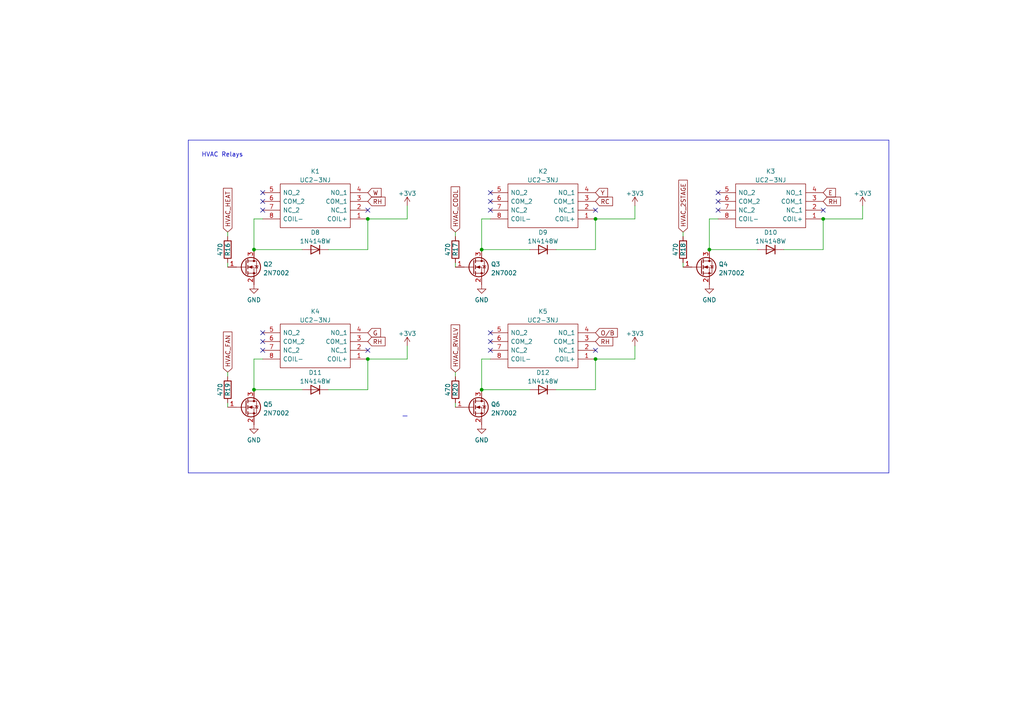
<source format=kicad_sch>
(kicad_sch (version 20211123) (generator eeschema)
  (paper "A4")
  (title_block (title "Smart Thermostat") (date "2024-01-21") (rev "0.6") (company "Steve Meisner") (comment 1 "steve@meisners.net") (comment 2 "(C) 2024 Steven Meisner "))
  (lib_symbols
    (symbol "+3V3_2" (power) (pin_names (offset 0))
      (property "Value" "+3V3_2" (at 0 3.556 0))
      (symbol "+3V3_2_0_1"
        (polyline (pts (xy -0.762 1.27) (xy 0 2.54)))
        (polyline (pts (xy 0 0) (xy 0 2.54)))
        (polyline (pts (xy 0 2.54) (xy 0.762 1.27)))
      )
      (symbol "+3V3_2_1_1"
        (pin power_in line (at 0 0 90) (length 0) hide (name "+3V3") (number "1"))
      )
    )
    (symbol "Custom Parts:UC2-3NJ" (pin_names (offset 0.762))
      (property "Reference" "K" (at 26.67 7.62 0))
      (property "Value" "UC2-3NJ" (at 26.67 5.08 0))
      (symbol "UC2-3NJ_0_0"
        (pin passive line (at 0 0 0) (length 5.08) (name "COIL+") (number "1"))
        (pin passive line (at 0 -2.54 0) (length 5.08) (name "NC_1") (number "2"))
        (pin passive line (at 0 -5.08 0) (length 5.08) (name "COM_1") (number "3"))
        (pin passive line (at 0 -7.62 0) (length 5.08) (name "NO_1") (number "4"))
        (pin passive line (at 30.48 -7.62 180) (length 5.08) (name "NO_2") (number "5"))
        (pin passive line (at 30.48 -5.08 180) (length 5.08) (name "COM_2") (number "6"))
        (pin passive line (at 30.48 -2.54 180) (length 5.08) (name "NC_2") (number "7"))
        (pin passive line (at 30.48 0 180) (length 5.08) (name "COIL-") (number "8"))
      )
      (symbol "UC2-3NJ_0_1"
        (polyline (pts (xy 5.08 2.54) (xy 25.4 2.54) (xy 25.4 -10.16) (xy 5.08 -10.16) (xy 5.08 2.54)) (stroke (width 0.1524)))
      )
    )
    (symbol "Device:R" (pin_numbers hide) (pin_names (offset 0))
      (property "Reference" "R" (at 2.032 0 90))
      (property "Value" "R" (at 0 0 90))
      (symbol "R_0_1"
        (rectangle (start -1.016 -2.54) (end 1.016 2.54) (stroke (width 0.254)))
      )
      (symbol "R_1_1"
        (pin passive line (at 0 3.81 270) (length 1.27) (name "~") (number "1"))
        (pin passive line (at 0 -3.81 90) (length 1.27) (name "~") (number "2"))
      )
    )
    (symbol "Diode:1N4148W" (pin_numbers hide) (pin_names hide)
      (property "Reference" "D" (at 0 2.54 0))
      (property "Value" "1N4148W" (at 0 -2.54 0))
      (symbol "1N4148W_0_1"
        (polyline (pts (xy -1.27 1.27) (xy -1.27 -1.27)) (stroke (width 0.254)))
        (polyline (pts (xy 1.27 0) (xy -1.27 0)))
        (polyline (pts (xy 1.27 1.27) (xy 1.27 -1.27) (xy -1.27 0) (xy 1.27 1.27)) (stroke (width 0.254)))
      )
      (symbol "1N4148W_1_1"
        (pin passive line (at -3.81 0 0) (length 2.54) (name "K") (number "1"))
        (pin passive line (at 3.81 0 180) (length 2.54) (name "A") (number "2"))
      )
    )
    (symbol "Transistor_FET:2N7002" (pin_names hide)
      (property "Reference" "Q" (at 5.08 1.905 0))
      (property "Value" "2N7002" (at 5.08 0 0))
      (symbol "2N7002_0_1"
        (polyline (pts (xy 0.254 0) (xy -2.54 0)))
        (polyline (pts (xy 0.254 1.905) (xy 0.254 -1.905)) (stroke (width 0.254)))
        (polyline (pts (xy 0.762 -1.27) (xy 0.762 -2.286)) (stroke (width 0.254)))
        (polyline (pts (xy 0.762 0.508) (xy 0.762 -0.508)) (stroke (width 0.254)))
        (polyline (pts (xy 0.762 2.286) (xy 0.762 1.27)) (stroke (width 0.254)))
        (polyline (pts (xy 2.54 2.54) (xy 2.54 1.778)))
        (polyline (pts (xy 2.54 -2.54) (xy 2.54 0) (xy 0.762 0)))
        (polyline (pts (xy 0.762 -1.778) (xy 3.302 -1.778) (xy 3.302 1.778) (xy 0.762 1.778)))
        (polyline (pts (xy 1.016 0) (xy 2.032 0.381) (xy 2.032 -0.381) (xy 1.016 0)) (fill (type outline)))
        (polyline (pts (xy 2.794 0.508) (xy 2.921 0.381) (xy 3.683 0.381) (xy 3.81 0.254)))
        (polyline (pts (xy 3.302 0.381) (xy 2.921 -0.254) (xy 3.683 -0.254) (xy 3.302 0.381)))
        (circle (center 1.651 0) (radius 2.794) (stroke (width 0.254)))
        (circle (center 2.54 -1.778) (radius 0.254) (fill (type outline)))
        (circle (center 2.54 1.778) (radius 0.254) (fill (type outline)))
      )
      (symbol "2N7002_1_1"
        (pin input line (at -5.08 0 0) (length 2.54) (name "G") (number "1"))
        (pin passive line (at 2.54 -5.08 90) (length 2.54) (name "S") (number "2"))
        (pin passive line (at 2.54 5.08 270) (length 2.54) (name "D") (number "3"))
      )
    )
    (symbol "power:GND" (power) (pin_names (offset 0))
      (property "Value" "GND" (at 0 -3.81 0))
      (symbol "GND_0_1"
        (polyline (pts (xy 0 0) (xy 0 -1.27) (xy 1.27 -1.27) (xy 0 -2.54) (xy -1.27 -1.27) (xy 0 -1.27)))
      )
      (symbol "GND_1_1"
        (pin power_in line (at 0 0 270) (length 0) hide (name "GND") (number "1"))
      )
    )
  )
  (junction (at 172.72 104.14))
  (junction (at 205.74 72.39))
  (junction (at 73.66 72.39))
  (junction (at 139.7 113.03))
  (junction (at 139.7 72.39))
  (junction (at 172.72 63.5))
  (junction (at 106.68 63.5))
  (junction (at 238.76 63.5))
  (junction (at 73.66 113.03))
  (junction (at 106.68 104.14))
  (no_connect (at 76.2 96.52))
  (no_connect (at 142.24 96.52))
  (no_connect (at 208.28 55.88))
  (no_connect (at 76.2 55.88))
  (no_connect (at 76.2 58.42))
  (no_connect (at 208.28 58.42))
  (no_connect (at 208.28 60.96))
  (no_connect (at 106.68 101.6))
  (no_connect (at 172.72 101.6))
  (no_connect (at 142.24 58.42))
  (no_connect (at 172.72 60.96))
  (no_connect (at 76.2 60.96))
  (no_connect (at 76.2 99.06))
  (no_connect (at 142.24 60.96))
  (no_connect (at 238.76 60.96))
  (no_connect (at 142.24 101.6))
  (no_connect (at 142.24 55.88))
  (no_connect (at 106.68 60.96))
  (no_connect (at 76.2 101.6))
  (no_connect (at 142.24 99.06))
  (polyline (pts (xy 116.84 120.65) (xy 118.11 120.65)))
  (wire (pts (xy 172.72 72.39) (xy 161.29 72.39)))
  (wire (pts (xy 132.08 76.2) (xy 132.08 77.47)))
  (wire (pts (xy 87.63 72.39) (xy 73.66 72.39)))
  (wire (pts (xy 66.04 116.84) (xy 66.04 118.11)))
  (wire (pts (xy 106.68 72.39) (xy 95.25 72.39)))
  (wire (pts (xy 219.71 72.39) (xy 205.74 72.39)))
  (wire (pts (xy 205.74 63.5) (xy 205.74 72.39)))
  (wire (pts (xy 132.08 67.31) (xy 132.08 68.58)))
  (wire (pts (xy 153.67 113.03) (xy 139.7 113.03)))
  (wire (pts (xy 139.7 63.5) (xy 139.7 72.39)))
  (wire (pts (xy 106.68 113.03) (xy 95.25 113.03)))
  (wire (pts (xy 76.2 104.14) (xy 73.66 104.14)))
  (wire (pts (xy 184.15 100.33) (xy 184.15 104.14)))
  (wire (pts (xy 184.15 59.69) (xy 184.15 63.5)))
  (wire (pts (xy 184.15 63.5) (xy 172.72 63.5)))
  (wire (pts (xy 132.08 107.95) (xy 132.08 109.22)))
  (wire (pts (xy 132.08 116.84) (xy 132.08 118.11)))
  (wire (pts (xy 106.68 63.5) (xy 106.68 72.39)))
  (wire (pts (xy 198.12 67.31) (xy 198.12 68.58)))
  (wire (pts (xy 66.04 76.2) (xy 66.04 77.47)))
  (wire (pts (xy 250.19 63.5) (xy 238.76 63.5)))
  (wire (pts (xy 250.19 59.69) (xy 250.19 63.5)))
  (wire (pts (xy 208.28 63.5) (xy 205.74 63.5)))
  (polyline (pts (xy 257.81 40.64) (xy 257.81 137.16)) (stroke (width 0) (type solid)))
  (wire (pts (xy 184.15 104.14) (xy 172.72 104.14)))
  (wire (pts (xy 139.7 104.14) (xy 139.7 113.03)))
  (polyline (pts (xy 54.61 137.16) (xy 54.61 40.64)) (stroke (width 0) (type solid)))
  (wire (pts (xy 66.04 67.31) (xy 66.04 68.58)))
  (wire (pts (xy 118.11 104.14) (xy 106.68 104.14)))
  (wire (pts (xy 198.12 76.2) (xy 198.12 77.47)))
  (wire (pts (xy 66.04 107.95) (xy 66.04 109.22)))
  (wire (pts (xy 172.72 63.5) (xy 172.72 72.39)))
  (wire (pts (xy 172.72 104.14) (xy 172.72 113.03)))
  (wire (pts (xy 118.11 59.69) (xy 118.11 63.5)))
  (wire (pts (xy 106.68 104.14) (xy 106.68 113.03)))
  (wire (pts (xy 118.11 100.33) (xy 118.11 104.14)))
  (polyline (pts (xy 54.61 137.16) (xy 257.81 137.16)) (stroke (width 0) (type solid)))
  (wire (pts (xy 76.2 63.5) (xy 73.66 63.5)))
  (wire (pts (xy 238.76 63.5) (xy 238.76 72.39)))
  (wire (pts (xy 153.67 72.39) (xy 139.7 72.39)))
  (wire (pts (xy 238.76 72.39) (xy 227.33 72.39)))
  (wire (pts (xy 172.72 113.03) (xy 161.29 113.03)))
  (wire (pts (xy 118.11 63.5) (xy 106.68 63.5)))
  (polyline (pts (xy 54.61 40.64) (xy 257.81 40.64)) (stroke (width 0) (type solid)))
  (wire (pts (xy 142.24 63.5) (xy 139.7 63.5)))
  (wire (pts (xy 87.63 113.03) (xy 73.66 113.03)))
  (wire (pts (xy 73.66 63.5) (xy 73.66 72.39)))
  (wire (pts (xy 142.24 104.14) (xy 139.7 104.14)))
  (wire (pts (xy 73.66 104.14) (xy 73.66 113.03)))
  (text "HVAC Relays" (at 58.42 45.72 0) (effects (font (size 1.27 1.27)) (justify left bottom)))
  (global_label "RH" (shape input) (at 106.68 58.42 0) (property "Intersheet References" "${INTERSHEET_REFS}" (effects hide)))
  (global_label "RH" (shape input) (at 238.76 58.42 0) (property "Intersheet References" "${INTERSHEET_REFS}" (effects hide)))
  (global_label "HVAC_RVALV" (shape input) (at 132.08 107.95 90) (property "Intersheet References" "${INTERSHEET_REFS}" (effects hide)))
  (global_label "RH" (shape input) (at 172.72 99.06 0) (property "Intersheet References" "${INTERSHEET_REFS}" (effects hide)))
  (global_label "O{slash}B" (shape input) (at 172.72 96.52 0) (property "Intersheet References" "${INTERSHEET_REFS}" (effects hide)))
  (global_label "W" (shape input) (at 106.68 55.88 0) (property "Intersheet References" "${INTERSHEET_REFS}" (effects hide)))
  (global_label "Y" (shape input) (at 172.72 55.88 0) (property "Intersheet References" "${INTERSHEET_REFS}" (effects hide)))
  (global_label "HVAC_HEAT" (shape input) (at 66.04 67.31 90) (property "Intersheet References" "${INTERSHEET_REFS}" (effects hide)))
  (global_label "HVAC_FAN" (shape input) (at 66.04 107.95 90) (property "Intersheet References" "${INTERSHEET_REFS}" (effects hide)))
  (global_label "HVAC_COOL" (shape input) (at 132.08 67.31 90) (property "Intersheet References" "${INTERSHEET_REFS}" (effects hide)))
  (global_label "HVAC_2STAGE" (shape input) (at 198.12 67.31 90) (property "Intersheet References" "${INTERSHEET_REFS}" (effects hide)))
  (global_label "RH" (shape input) (at 106.68 99.06 0) (property "Intersheet References" "${INTERSHEET_REFS}" (effects hide)))
  (global_label "G" (shape input) (at 106.68 96.52 0) (property "Intersheet References" "${INTERSHEET_REFS}" (effects hide)))
  (global_label "E" (shape input) (at 238.76 55.88 0) (property "Intersheet References" "${INTERSHEET_REFS}" (effects hide)))
  (global_label "RC" (shape input) (at 172.72 58.42 0) (property "Intersheet References" "${INTERSHEET_REFS}" (effects hide)))
  (symbol (lib_id "Device:R") (at 66.04 113.03 180) (unit 1)
    (property "Reference" "R19" (at 66.04 113.03 90))
    (property "Value" "470" (at 63.8611 113.03 90))
    (property "Footprint" "Resistor_SMD:R_0603_1608Metric" (effects hide))
    (property "LCSC" "C23179" (effects hide))
  )
  (symbol (lib_id "Transistor_FET:2N7002") (at 203.2 77.47 0) (unit 1)
    (property "Reference" "Q4" (at 208.407 76.6353 0) (effects (justify left)))
    (property "Value" "2N7002" (at 208.407 79.1722 0) (effects (justify left)))
    (property "Footprint" "Package_TO_SOT_SMD:SOT-23" (effects hide))
    (property "Datasheet" "https://www.onsemi.com/pub/Collateral/NDS7002A-D.PDF" (effects hide))
    (property "LCSC" "C8545" (effects hide))
  )
  (symbol (lib_id "Diode:1N4148W") (at 157.48 72.39 180) (unit 1)
    (property "Reference" "D9" (at 157.48 67.4202 0))
    (property "Value" "1N4148W" (at 157.48 69.9571 0))
    (property "Footprint" "Diode_SMD:D_SOD-123" (effects hide))
    (property "Datasheet" "https://www.vishay.com/docs/85748/1n4148w.pdf" (effects hide))
    (property "LCSC" "C81598" (effects hide))
  )
  (symbol (lib_id "Custom Parts:UC2-3NJ") (at 172.72 104.14 180) (unit 1) (in_bom no)
    (property "Reference" "K5" (at 157.48 90.331 0))
    (property "Value" "UC2-3NJ" (at 157.48 92.8679 0))
    (property "Footprint" "Custom Footprints:UC23NJ" (effects hide))
    (property "Datasheet" "https://content.kemet.com/datasheets/KEM_R7005_UC2_UD2.pdf" (effects hide))
    (property "Description" "KEMET, UC2, Relays, Signal, 3 V, 220 V, 250 VAC, 1 A, 100 mOhms, 1 GOhms, 10.6mm, 6.5mm, 5.3mm" (effects hide))
    (property "Height" "5.3" (effects hide))
    (property "Mouser Part Number" "551-UC2-3NJ" (effects hide))
    (property "Mouser Price/Stock" "https://www.mouser.co.uk/ProductDetail/KEMET/UC2-3NJ?qs=rjnFDYRVT0pG6uPYp31kIg%3D%3D" (effects hide))
    (property "Manufacturer_Name" "KEMET" (effects hide))
    (property "Manufacturer_Part_Number" "UC2-3NJ" (effects hide))
  )
  (symbol (lib_id "power:GND") (at 139.7 82.55 0) (unit 1)
    (property "Reference" "#PWR042" (effects hide))
    (property "Value" "GND" (at 139.7 86.9934 0))
  )
  (symbol (lib_id "Custom Parts:UC2-3NJ") (at 106.68 104.14 180) (unit 1) (in_bom no)
    (property "Reference" "K4" (at 91.44 90.331 0))
    (property "Value" "UC2-3NJ" (at 91.44 92.8679 0))
    (property "Footprint" "Custom Footprints:UC23NJ" (effects hide))
    (property "Datasheet" "https://content.kemet.com/datasheets/KEM_R7005_UC2_UD2.pdf" (effects hide))
    (property "Description" "KEMET, UC2, Relays, Signal, 3 V, 220 V, 250 VAC, 1 A, 100 mOhms, 1 GOhms, 10.6mm, 6.5mm, 5.3mm" (effects hide))
    (property "Height" "5.3" (effects hide))
    (property "Mouser Part Number" "551-UC2-3NJ" (effects hide))
    (property "Mouser Price/Stock" "https://www.mouser.co.uk/ProductDetail/KEMET/UC2-3NJ?qs=rjnFDYRVT0pG6uPYp31kIg%3D%3D" (effects hide))
    (property "Manufacturer_Name" "KEMET" (effects hide))
    (property "Manufacturer_Part_Number" "UC2-3NJ" (effects hide))
  )
  (symbol (lib_id "Diode:1N4148W") (at 91.44 113.03 180) (unit 1)
    (property "Reference" "D11" (at 91.44 108.0602 0))
    (property "Value" "1N4148W" (at 91.44 110.5971 0))
    (property "Footprint" "Diode_SMD:D_SOD-123" (effects hide))
    (property "Datasheet" "https://www.vishay.com/docs/85748/1n4148w.pdf" (effects hide))
    (property "LCSC" "C81598" (effects hide))
  )
  (symbol (lib_id "Custom Parts:UC2-3NJ") (at 172.72 63.5 180) (unit 1) (in_bom no)
    (property "Reference" "K2" (at 157.48 49.691 0))
    (property "Value" "UC2-3NJ" (at 157.48 52.2279 0))
    (property "Footprint" "Custom Footprints:UC23NJ" (effects hide))
    (property "Datasheet" "https://content.kemet.com/datasheets/KEM_R7005_UC2_UD2.pdf" (effects hide))
    (property "Description" "KEMET, UC2, Relays, Signal, 3 V, 220 V, 250 VAC, 1 A, 100 mOhms, 1 GOhms, 10.6mm, 6.5mm, 5.3mm" (effects hide))
    (property "Height" "5.3" (effects hide))
    (property "Mouser Part Number" "551-UC2-3NJ" (effects hide))
    (property "Mouser Price/Stock" "https://www.mouser.co.uk/ProductDetail/KEMET/UC2-3NJ?qs=rjnFDYRVT0pG6uPYp31kIg%3D%3D" (effects hide))
    (property "Manufacturer_Name" "KEMET" (effects hide))
    (property "Manufacturer_Part_Number" "UC2-3NJ" (effects hide))
  )
  (symbol (lib_name "+3V3_2") (lib_id "power:+3V3") (at 118.11 59.69 0) (unit 1)
    (property "Reference" "#PWR038" (effects hide))
    (property "Value" "+3V3" (at 118.11 56.1142 0))
  )
  (symbol (lib_id "power:GND") (at 205.74 82.55 0) (unit 1)
    (property "Reference" "#PWR043" (effects hide))
    (property "Value" "GND" (at 205.74 86.9934 0))
  )
  (symbol (lib_name "+3V3_2") (lib_id "power:+3V3") (at 184.15 59.69 0) (unit 1)
    (property "Reference" "#PWR039" (effects hide))
    (property "Value" "+3V3" (at 184.15 56.1142 0))
  )
  (symbol (lib_name "+3V3_2") (lib_id "power:+3V3") (at 118.11 100.33 0) (unit 1)
    (property "Reference" "#PWR044" (effects hide))
    (property "Value" "+3V3" (at 118.11 96.7542 0))
  )
  (symbol (lib_name "+3V3_2") (lib_id "power:+3V3") (at 250.19 59.69 0) (unit 1)
    (property "Reference" "#PWR040" (effects hide))
    (property "Value" "+3V3" (at 250.19 56.1142 0))
  )
  (symbol (lib_id "power:GND") (at 73.66 123.19 0) (unit 1)
    (property "Reference" "#PWR046" (effects hide))
    (property "Value" "GND" (at 73.66 127.6334 0))
  )
  (symbol (lib_id "Device:R") (at 66.04 72.39 180) (unit 1)
    (property "Reference" "R16" (at 66.04 72.39 90))
    (property "Value" "470" (at 63.8611 72.39 90))
    (property "Footprint" "Resistor_SMD:R_0603_1608Metric" (effects hide))
    (property "LCSC" "C23179" (effects hide))
  )
  (symbol (lib_id "Transistor_FET:2N7002") (at 71.12 77.47 0) (unit 1)
    (property "Reference" "Q2" (at 76.327 76.6353 0) (effects (justify left)))
    (property "Value" "2N7002" (at 76.327 79.1722 0) (effects (justify left)))
    (property "Footprint" "Package_TO_SOT_SMD:SOT-23" (effects hide))
    (property "Datasheet" "https://www.onsemi.com/pub/Collateral/NDS7002A-D.PDF" (effects hide))
    (property "LCSC" "C8545" (effects hide))
  )
  (symbol (lib_id "Device:R") (at 198.12 72.39 180) (unit 1)
    (property "Reference" "R18" (at 198.12 72.39 90))
    (property "Value" "470" (at 195.9411 72.39 90))
    (property "Footprint" "Resistor_SMD:R_0603_1608Metric" (effects hide))
    (property "LCSC" "C23179" (effects hide))
  )
  (symbol (lib_id "Custom Parts:UC2-3NJ") (at 238.76 63.5 180) (unit 1) (in_bom no)
    (property "Reference" "K3" (at 223.52 49.691 0))
    (property "Value" "UC2-3NJ" (at 223.52 52.2279 0))
    (property "Footprint" "Custom Footprints:UC23NJ" (effects hide))
    (property "Datasheet" "https://content.kemet.com/datasheets/KEM_R7005_UC2_UD2.pdf" (effects hide))
    (property "Description" "KEMET, UC2, Relays, Signal, 3 V, 220 V, 250 VAC, 1 A, 100 mOhms, 1 GOhms, 10.6mm, 6.5mm, 5.3mm" (effects hide))
    (property "Height" "5.3" (effects hide))
    (property "Mouser Part Number" "551-UC2-3NJ" (effects hide))
    (property "Mouser Price/Stock" "https://www.mouser.co.uk/ProductDetail/KEMET/UC2-3NJ?qs=rjnFDYRVT0pG6uPYp31kIg%3D%3D" (effects hide))
    (property "Manufacturer_Name" "KEMET" (effects hide))
    (property "Manufacturer_Part_Number" "UC2-3NJ" (effects hide))
  )
  (symbol (lib_id "Diode:1N4148W") (at 91.44 72.39 180) (unit 1)
    (property "Reference" "D8" (at 91.44 67.4202 0))
    (property "Value" "1N4148W" (at 91.44 69.9571 0))
    (property "Footprint" "Diode_SMD:D_SOD-123" (effects hide))
    (property "Datasheet" "https://www.vishay.com/docs/85748/1n4148w.pdf" (effects hide))
    (property "LCSC" "C81598" (effects hide))
  )
  (symbol (lib_id "Transistor_FET:2N7002") (at 137.16 118.11 0) (unit 1)
    (property "Reference" "Q6" (at 142.367 117.2753 0) (effects (justify left)))
    (property "Value" "2N7002" (at 142.367 119.8122 0) (effects (justify left)))
    (property "Footprint" "Package_TO_SOT_SMD:SOT-23" (effects hide))
    (property "Datasheet" "https://www.onsemi.com/pub/Collateral/NDS7002A-D.PDF" (effects hide))
    (property "LCSC" "C8545" (effects hide))
  )
  (symbol (lib_id "power:GND") (at 73.66 82.55 0) (unit 1)
    (property "Reference" "#PWR041" (effects hide))
    (property "Value" "GND" (at 73.66 86.9934 0))
  )
  (symbol (lib_id "Transistor_FET:2N7002") (at 137.16 77.47 0) (unit 1)
    (property "Reference" "Q3" (at 142.367 76.6353 0) (effects (justify left)))
    (property "Value" "2N7002" (at 142.367 79.1722 0) (effects (justify left)))
    (property "Footprint" "Package_TO_SOT_SMD:SOT-23" (effects hide))
    (property "Datasheet" "https://www.onsemi.com/pub/Collateral/NDS7002A-D.PDF" (effects hide))
    (property "LCSC" "C8545" (effects hide))
  )
  (symbol (lib_name "+3V3_2") (lib_id "power:+3V3") (at 184.15 100.33 0) (unit 1)
    (property "Reference" "#PWR045" (effects hide))
    (property "Value" "+3V3" (at 184.15 96.7542 0))
  )
  (symbol (lib_id "Custom Parts:UC2-3NJ") (at 106.68 63.5 180) (unit 1) (in_bom no)
    (property "Reference" "K1" (at 91.44 49.691 0))
    (property "Value" "UC2-3NJ" (at 91.44 52.2279 0))
    (property "Footprint" "Custom Footprints:UC23NJ" (effects hide))
    (property "Datasheet" "https://content.kemet.com/datasheets/KEM_R7005_UC2_UD2.pdf" (effects hide))
    (property "Description" "KEMET, UC2, Relays, Signal, 3 V, 220 V, 250 VAC, 1 A, 100 mOhms, 1 GOhms, 10.6mm, 6.5mm, 5.3mm" (effects hide))
    (property "Height" "5.3" (effects hide))
    (property "Mouser Part Number" "551-UC2-3NJ" (effects hide))
    (property "Mouser Price/Stock" "https://www.mouser.co.uk/ProductDetail/KEMET/UC2-3NJ?qs=rjnFDYRVT0pG6uPYp31kIg%3D%3D" (effects hide))
    (property "Manufacturer_Name" "KEMET" (effects hide))
    (property "Manufacturer_Part_Number" "UC2-3NJ" (effects hide))
  )
  (symbol (lib_id "power:GND") (at 139.7 123.19 0) (unit 1)
    (property "Reference" "#PWR047" (effects hide))
    (property "Value" "GND" (at 139.7 127.6334 0))
  )
  (symbol (lib_id "Transistor_FET:2N7002") (at 71.12 118.11 0) (unit 1)
    (property "Reference" "Q5" (at 76.327 117.2753 0) (effects (justify left)))
    (property "Value" "2N7002" (at 76.327 119.8122 0) (effects (justify left)))
    (property "Footprint" "Package_TO_SOT_SMD:SOT-23" (effects hide))
    (property "Datasheet" "https://www.onsemi.com/pub/Collateral/NDS7002A-D.PDF" (effects hide))
    (property "LCSC" "C8545" (effects hide))
  )
  (symbol (lib_id "Diode:1N4148W") (at 223.52 72.39 180) (unit 1)
    (property "Reference" "D10" (at 223.52 67.4202 0))
    (property "Value" "1N4148W" (at 223.52 69.9571 0))
    (property "Footprint" "Diode_SMD:D_SOD-123" (effects hide))
    (property "Datasheet" "https://www.vishay.com/docs/85748/1n4148w.pdf" (effects hide))
    (property "LCSC" "C81598" (effects hide))
  )
  (symbol (lib_id "Device:R") (at 132.08 72.39 180) (unit 1)
    (property "Reference" "R17" (at 132.08 72.39 90))
    (property "Value" "470" (at 129.9011 72.39 90))
    (property "Footprint" "Resistor_SMD:R_0603_1608Metric" (effects hide))
    (property "LCSC" "C23179" (effects hide))
  )
  (symbol (lib_id "Device:R") (at 132.08 113.03 180) (unit 1)
    (property "Reference" "R20" (at 132.08 113.03 90))
    (property "Value" "470" (at 129.9011 113.03 90))
    (property "Footprint" "Resistor_SMD:R_0603_1608Metric" (effects hide))
    (property "LCSC" "C23179" (effects hide))
  )
  (symbol (lib_id "Diode:1N4148W") (at 157.48 113.03 180) (unit 1)
    (property "Reference" "D12" (at 157.48 108.0602 0))
    (property "Value" "1N4148W" (at 157.48 110.5971 0))
    (property "Footprint" "Diode_SMD:D_SOD-123" (effects hide))
    (property "Datasheet" "https://www.vishay.com/docs/85748/1n4148w.pdf" (effects hide))
    (property "LCSC" "C81598" (effects hide))
  )
)
</source>
